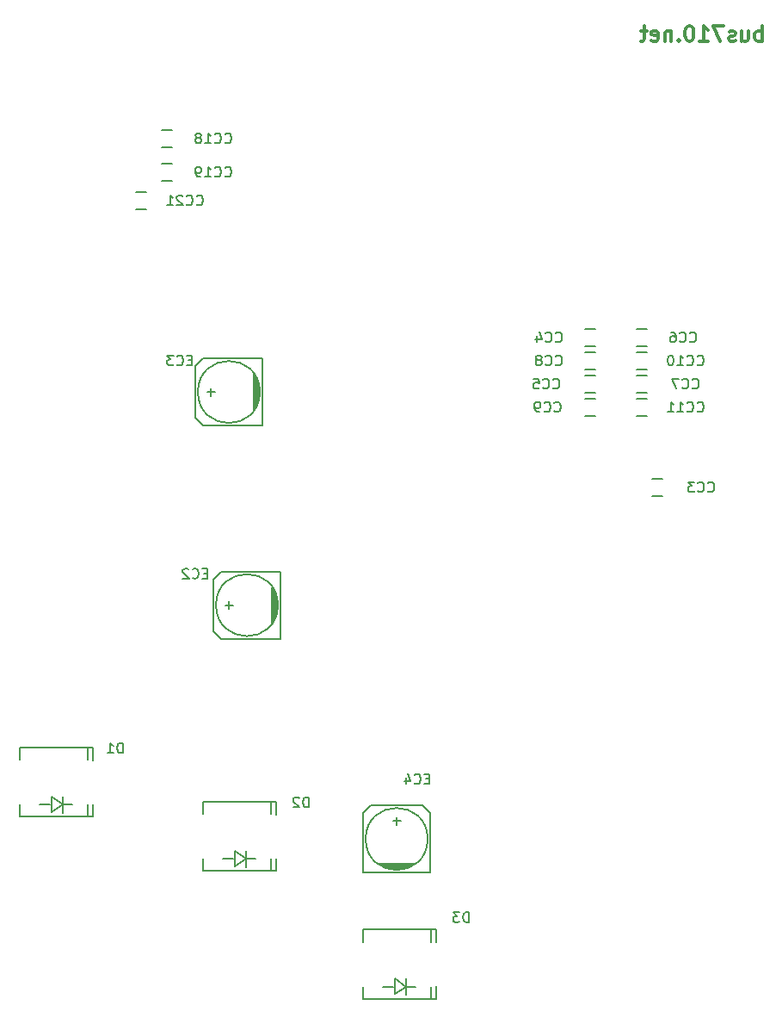
<source format=gbo>
G04 #@! TF.FileFunction,Legend,Bot*
%FSLAX46Y46*%
G04 Gerber Fmt 4.6, Leading zero omitted, Abs format (unit mm)*
G04 Created by KiCad (PCBNEW 4.0.2+dfsg1-stable) date 2017년 07월 06일 (목) 오전 10시 53분 42초*
%MOMM*%
G01*
G04 APERTURE LIST*
%ADD10C,0.100000*%
%ADD11C,0.300000*%
%ADD12C,0.150000*%
G04 APERTURE END LIST*
D10*
D11*
X155082142Y-26713571D02*
X155082142Y-25213571D01*
X155082142Y-25785000D02*
X154939285Y-25713571D01*
X154653571Y-25713571D01*
X154510714Y-25785000D01*
X154439285Y-25856429D01*
X154367856Y-25999286D01*
X154367856Y-26427857D01*
X154439285Y-26570714D01*
X154510714Y-26642143D01*
X154653571Y-26713571D01*
X154939285Y-26713571D01*
X155082142Y-26642143D01*
X153082142Y-25713571D02*
X153082142Y-26713571D01*
X153724999Y-25713571D02*
X153724999Y-26499286D01*
X153653571Y-26642143D01*
X153510713Y-26713571D01*
X153296428Y-26713571D01*
X153153571Y-26642143D01*
X153082142Y-26570714D01*
X152439285Y-26642143D02*
X152296428Y-26713571D01*
X152010713Y-26713571D01*
X151867856Y-26642143D01*
X151796428Y-26499286D01*
X151796428Y-26427857D01*
X151867856Y-26285000D01*
X152010713Y-26213571D01*
X152224999Y-26213571D01*
X152367856Y-26142143D01*
X152439285Y-25999286D01*
X152439285Y-25927857D01*
X152367856Y-25785000D01*
X152224999Y-25713571D01*
X152010713Y-25713571D01*
X151867856Y-25785000D01*
X151296427Y-25213571D02*
X150296427Y-25213571D01*
X150939284Y-26713571D01*
X148939285Y-26713571D02*
X149796428Y-26713571D01*
X149367856Y-26713571D02*
X149367856Y-25213571D01*
X149510713Y-25427857D01*
X149653571Y-25570714D01*
X149796428Y-25642143D01*
X148010714Y-25213571D02*
X147867857Y-25213571D01*
X147725000Y-25285000D01*
X147653571Y-25356429D01*
X147582142Y-25499286D01*
X147510714Y-25785000D01*
X147510714Y-26142143D01*
X147582142Y-26427857D01*
X147653571Y-26570714D01*
X147725000Y-26642143D01*
X147867857Y-26713571D01*
X148010714Y-26713571D01*
X148153571Y-26642143D01*
X148225000Y-26570714D01*
X148296428Y-26427857D01*
X148367857Y-26142143D01*
X148367857Y-25785000D01*
X148296428Y-25499286D01*
X148225000Y-25356429D01*
X148153571Y-25285000D01*
X148010714Y-25213571D01*
X146867857Y-26570714D02*
X146796429Y-26642143D01*
X146867857Y-26713571D01*
X146939286Y-26642143D01*
X146867857Y-26570714D01*
X146867857Y-26713571D01*
X146153571Y-25713571D02*
X146153571Y-26713571D01*
X146153571Y-25856429D02*
X146082143Y-25785000D01*
X145939285Y-25713571D01*
X145725000Y-25713571D01*
X145582143Y-25785000D01*
X145510714Y-25927857D01*
X145510714Y-26713571D01*
X144225000Y-26642143D02*
X144367857Y-26713571D01*
X144653571Y-26713571D01*
X144796428Y-26642143D01*
X144867857Y-26499286D01*
X144867857Y-25927857D01*
X144796428Y-25785000D01*
X144653571Y-25713571D01*
X144367857Y-25713571D01*
X144225000Y-25785000D01*
X144153571Y-25927857D01*
X144153571Y-26070714D01*
X144867857Y-26213571D01*
X143725000Y-25713571D02*
X143153571Y-25713571D01*
X143510714Y-25213571D02*
X143510714Y-26499286D01*
X143439286Y-26642143D01*
X143296428Y-26713571D01*
X143153571Y-26713571D01*
D12*
X107315000Y-81407000D02*
X107315000Y-82931000D01*
X107188000Y-83312000D02*
X107188000Y-81026000D01*
X107061000Y-80772000D02*
X107061000Y-83566000D01*
X106934000Y-83820000D02*
X106934000Y-80518000D01*
X106807000Y-80391000D02*
X106807000Y-83947000D01*
X107696000Y-78867000D02*
X107696000Y-85471000D01*
X107696000Y-85471000D02*
X101854000Y-85471000D01*
X101854000Y-85471000D02*
X101092000Y-84709000D01*
X101092000Y-84709000D02*
X101092000Y-79629000D01*
X101092000Y-79629000D02*
X101854000Y-78867000D01*
X101854000Y-78867000D02*
X107696000Y-78867000D01*
X102235000Y-82169000D02*
X102997000Y-82169000D01*
X102616000Y-81788000D02*
X102616000Y-82550000D01*
X107442000Y-82169000D02*
G75*
G03X107442000Y-82169000I-3048000J0D01*
G01*
X145280000Y-71462000D02*
X144280000Y-71462000D01*
X144280000Y-69762000D02*
X145280000Y-69762000D01*
X138676000Y-56730000D02*
X137676000Y-56730000D01*
X137676000Y-55030000D02*
X138676000Y-55030000D01*
X138676000Y-61302000D02*
X137676000Y-61302000D01*
X137676000Y-59602000D02*
X138676000Y-59602000D01*
X142756000Y-55030000D02*
X143756000Y-55030000D01*
X143756000Y-56730000D02*
X142756000Y-56730000D01*
X142756000Y-59602000D02*
X143756000Y-59602000D01*
X143756000Y-61302000D02*
X142756000Y-61302000D01*
X138676000Y-59016000D02*
X137676000Y-59016000D01*
X137676000Y-57316000D02*
X138676000Y-57316000D01*
X138676000Y-63588000D02*
X137676000Y-63588000D01*
X137676000Y-61888000D02*
X138676000Y-61888000D01*
X142756000Y-57316000D02*
X143756000Y-57316000D01*
X143756000Y-59016000D02*
X142756000Y-59016000D01*
X142756000Y-61888000D02*
X143756000Y-61888000D01*
X143756000Y-63588000D02*
X142756000Y-63588000D01*
X96020000Y-35472000D02*
X97020000Y-35472000D01*
X97020000Y-37172000D02*
X96020000Y-37172000D01*
X96020000Y-38774000D02*
X97020000Y-38774000D01*
X97020000Y-40474000D02*
X96020000Y-40474000D01*
X94480000Y-43268000D02*
X93480000Y-43268000D01*
X93480000Y-41568000D02*
X94480000Y-41568000D01*
X86293960Y-101767640D02*
X87195660Y-101767640D01*
X84996020Y-101767640D02*
X83997800Y-101767640D01*
X88747460Y-102969060D02*
X88747460Y-101767640D01*
X88747460Y-96166940D02*
X88747460Y-97368360D01*
X81998820Y-102969060D02*
X81998820Y-101767640D01*
X81998820Y-96166940D02*
X81998820Y-97368360D01*
X89197180Y-102969060D02*
X89197180Y-101716840D01*
X89197180Y-96166940D02*
X89197180Y-97419160D01*
X86293960Y-100967540D02*
X86293960Y-102567740D01*
X85145880Y-102516940D02*
X85145880Y-100967540D01*
X86296500Y-101767640D02*
X85145880Y-102516940D01*
X86293960Y-101767640D02*
X85143340Y-100967540D01*
X89197180Y-102969060D02*
X81998820Y-102969060D01*
X89197180Y-96166940D02*
X81998820Y-96166940D01*
X104327960Y-107101640D02*
X105229660Y-107101640D01*
X103030020Y-107101640D02*
X102031800Y-107101640D01*
X106781460Y-108303060D02*
X106781460Y-107101640D01*
X106781460Y-101500940D02*
X106781460Y-102702360D01*
X100032820Y-108303060D02*
X100032820Y-107101640D01*
X100032820Y-101500940D02*
X100032820Y-102702360D01*
X107231180Y-108303060D02*
X107231180Y-107050840D01*
X107231180Y-101500940D02*
X107231180Y-102753160D01*
X104327960Y-106301540D02*
X104327960Y-107901740D01*
X103179880Y-107850940D02*
X103179880Y-106301540D01*
X104330500Y-107101640D02*
X103179880Y-107850940D01*
X104327960Y-107101640D02*
X103177340Y-106301540D01*
X107231180Y-108303060D02*
X100032820Y-108303060D01*
X107231180Y-101500940D02*
X100032820Y-101500940D01*
X120075960Y-119674640D02*
X120977660Y-119674640D01*
X118778020Y-119674640D02*
X117779800Y-119674640D01*
X122529460Y-120876060D02*
X122529460Y-119674640D01*
X122529460Y-114073940D02*
X122529460Y-115275360D01*
X115780820Y-120876060D02*
X115780820Y-119674640D01*
X115780820Y-114073940D02*
X115780820Y-115275360D01*
X122979180Y-120876060D02*
X122979180Y-119623840D01*
X122979180Y-114073940D02*
X122979180Y-115326160D01*
X120075960Y-118874540D02*
X120075960Y-120474740D01*
X118927880Y-120423940D02*
X118927880Y-118874540D01*
X120078500Y-119674640D02*
X118927880Y-120423940D01*
X120075960Y-119674640D02*
X118925340Y-118874540D01*
X122979180Y-120876060D02*
X115780820Y-120876060D01*
X122979180Y-114073940D02*
X115780820Y-114073940D01*
X105537000Y-60452000D02*
X105537000Y-61976000D01*
X105410000Y-62357000D02*
X105410000Y-60071000D01*
X105283000Y-59817000D02*
X105283000Y-62611000D01*
X105156000Y-62865000D02*
X105156000Y-59563000D01*
X105029000Y-59436000D02*
X105029000Y-62992000D01*
X105918000Y-57912000D02*
X105918000Y-64516000D01*
X105918000Y-64516000D02*
X100076000Y-64516000D01*
X100076000Y-64516000D02*
X99314000Y-63754000D01*
X99314000Y-63754000D02*
X99314000Y-58674000D01*
X99314000Y-58674000D02*
X100076000Y-57912000D01*
X100076000Y-57912000D02*
X105918000Y-57912000D01*
X100457000Y-61214000D02*
X101219000Y-61214000D01*
X100838000Y-60833000D02*
X100838000Y-61595000D01*
X105664000Y-61214000D02*
G75*
G03X105664000Y-61214000I-3048000J0D01*
G01*
X119888000Y-108077000D02*
X118364000Y-108077000D01*
X117983000Y-107950000D02*
X120269000Y-107950000D01*
X120523000Y-107823000D02*
X117729000Y-107823000D01*
X117475000Y-107696000D02*
X120777000Y-107696000D01*
X120904000Y-107569000D02*
X117348000Y-107569000D01*
X122428000Y-108458000D02*
X115824000Y-108458000D01*
X115824000Y-108458000D02*
X115824000Y-102616000D01*
X115824000Y-102616000D02*
X116586000Y-101854000D01*
X116586000Y-101854000D02*
X121666000Y-101854000D01*
X121666000Y-101854000D02*
X122428000Y-102616000D01*
X122428000Y-102616000D02*
X122428000Y-108458000D01*
X119126000Y-102997000D02*
X119126000Y-103759000D01*
X119507000Y-103378000D02*
X118745000Y-103378000D01*
X122174000Y-105156000D02*
G75*
G03X122174000Y-105156000I-3048000J0D01*
G01*
X100504476Y-79049571D02*
X100171142Y-79049571D01*
X100028285Y-79573381D02*
X100504476Y-79573381D01*
X100504476Y-78573381D01*
X100028285Y-78573381D01*
X99028285Y-79478143D02*
X99075904Y-79525762D01*
X99218761Y-79573381D01*
X99313999Y-79573381D01*
X99456857Y-79525762D01*
X99552095Y-79430524D01*
X99599714Y-79335286D01*
X99647333Y-79144810D01*
X99647333Y-79001952D01*
X99599714Y-78811476D01*
X99552095Y-78716238D01*
X99456857Y-78621000D01*
X99313999Y-78573381D01*
X99218761Y-78573381D01*
X99075904Y-78621000D01*
X99028285Y-78668619D01*
X98647333Y-78668619D02*
X98599714Y-78621000D01*
X98504476Y-78573381D01*
X98266380Y-78573381D01*
X98171142Y-78621000D01*
X98123523Y-78668619D01*
X98075904Y-78763857D01*
X98075904Y-78859095D01*
X98123523Y-79001952D01*
X98694952Y-79573381D01*
X98075904Y-79573381D01*
X149764666Y-70969143D02*
X149812285Y-71016762D01*
X149955142Y-71064381D01*
X150050380Y-71064381D01*
X150193238Y-71016762D01*
X150288476Y-70921524D01*
X150336095Y-70826286D01*
X150383714Y-70635810D01*
X150383714Y-70492952D01*
X150336095Y-70302476D01*
X150288476Y-70207238D01*
X150193238Y-70112000D01*
X150050380Y-70064381D01*
X149955142Y-70064381D01*
X149812285Y-70112000D01*
X149764666Y-70159619D01*
X148764666Y-70969143D02*
X148812285Y-71016762D01*
X148955142Y-71064381D01*
X149050380Y-71064381D01*
X149193238Y-71016762D01*
X149288476Y-70921524D01*
X149336095Y-70826286D01*
X149383714Y-70635810D01*
X149383714Y-70492952D01*
X149336095Y-70302476D01*
X149288476Y-70207238D01*
X149193238Y-70112000D01*
X149050380Y-70064381D01*
X148955142Y-70064381D01*
X148812285Y-70112000D01*
X148764666Y-70159619D01*
X148431333Y-70064381D02*
X147812285Y-70064381D01*
X148145619Y-70445333D01*
X148002761Y-70445333D01*
X147907523Y-70492952D01*
X147859904Y-70540571D01*
X147812285Y-70635810D01*
X147812285Y-70873905D01*
X147859904Y-70969143D01*
X147907523Y-71016762D01*
X148002761Y-71064381D01*
X148288476Y-71064381D01*
X148383714Y-71016762D01*
X148431333Y-70969143D01*
X134778666Y-56237143D02*
X134826285Y-56284762D01*
X134969142Y-56332381D01*
X135064380Y-56332381D01*
X135207238Y-56284762D01*
X135302476Y-56189524D01*
X135350095Y-56094286D01*
X135397714Y-55903810D01*
X135397714Y-55760952D01*
X135350095Y-55570476D01*
X135302476Y-55475238D01*
X135207238Y-55380000D01*
X135064380Y-55332381D01*
X134969142Y-55332381D01*
X134826285Y-55380000D01*
X134778666Y-55427619D01*
X133778666Y-56237143D02*
X133826285Y-56284762D01*
X133969142Y-56332381D01*
X134064380Y-56332381D01*
X134207238Y-56284762D01*
X134302476Y-56189524D01*
X134350095Y-56094286D01*
X134397714Y-55903810D01*
X134397714Y-55760952D01*
X134350095Y-55570476D01*
X134302476Y-55475238D01*
X134207238Y-55380000D01*
X134064380Y-55332381D01*
X133969142Y-55332381D01*
X133826285Y-55380000D01*
X133778666Y-55427619D01*
X132921523Y-55665714D02*
X132921523Y-56332381D01*
X133159619Y-55284762D02*
X133397714Y-55999048D01*
X132778666Y-55999048D01*
X134524666Y-60809143D02*
X134572285Y-60856762D01*
X134715142Y-60904381D01*
X134810380Y-60904381D01*
X134953238Y-60856762D01*
X135048476Y-60761524D01*
X135096095Y-60666286D01*
X135143714Y-60475810D01*
X135143714Y-60332952D01*
X135096095Y-60142476D01*
X135048476Y-60047238D01*
X134953238Y-59952000D01*
X134810380Y-59904381D01*
X134715142Y-59904381D01*
X134572285Y-59952000D01*
X134524666Y-59999619D01*
X133524666Y-60809143D02*
X133572285Y-60856762D01*
X133715142Y-60904381D01*
X133810380Y-60904381D01*
X133953238Y-60856762D01*
X134048476Y-60761524D01*
X134096095Y-60666286D01*
X134143714Y-60475810D01*
X134143714Y-60332952D01*
X134096095Y-60142476D01*
X134048476Y-60047238D01*
X133953238Y-59952000D01*
X133810380Y-59904381D01*
X133715142Y-59904381D01*
X133572285Y-59952000D01*
X133524666Y-59999619D01*
X132619904Y-59904381D02*
X133096095Y-59904381D01*
X133143714Y-60380571D01*
X133096095Y-60332952D01*
X133000857Y-60285333D01*
X132762761Y-60285333D01*
X132667523Y-60332952D01*
X132619904Y-60380571D01*
X132572285Y-60475810D01*
X132572285Y-60713905D01*
X132619904Y-60809143D01*
X132667523Y-60856762D01*
X132762761Y-60904381D01*
X133000857Y-60904381D01*
X133096095Y-60856762D01*
X133143714Y-60809143D01*
X147986666Y-56237143D02*
X148034285Y-56284762D01*
X148177142Y-56332381D01*
X148272380Y-56332381D01*
X148415238Y-56284762D01*
X148510476Y-56189524D01*
X148558095Y-56094286D01*
X148605714Y-55903810D01*
X148605714Y-55760952D01*
X148558095Y-55570476D01*
X148510476Y-55475238D01*
X148415238Y-55380000D01*
X148272380Y-55332381D01*
X148177142Y-55332381D01*
X148034285Y-55380000D01*
X147986666Y-55427619D01*
X146986666Y-56237143D02*
X147034285Y-56284762D01*
X147177142Y-56332381D01*
X147272380Y-56332381D01*
X147415238Y-56284762D01*
X147510476Y-56189524D01*
X147558095Y-56094286D01*
X147605714Y-55903810D01*
X147605714Y-55760952D01*
X147558095Y-55570476D01*
X147510476Y-55475238D01*
X147415238Y-55380000D01*
X147272380Y-55332381D01*
X147177142Y-55332381D01*
X147034285Y-55380000D01*
X146986666Y-55427619D01*
X146129523Y-55332381D02*
X146320000Y-55332381D01*
X146415238Y-55380000D01*
X146462857Y-55427619D01*
X146558095Y-55570476D01*
X146605714Y-55760952D01*
X146605714Y-56141905D01*
X146558095Y-56237143D01*
X146510476Y-56284762D01*
X146415238Y-56332381D01*
X146224761Y-56332381D01*
X146129523Y-56284762D01*
X146081904Y-56237143D01*
X146034285Y-56141905D01*
X146034285Y-55903810D01*
X146081904Y-55808571D01*
X146129523Y-55760952D01*
X146224761Y-55713333D01*
X146415238Y-55713333D01*
X146510476Y-55760952D01*
X146558095Y-55808571D01*
X146605714Y-55903810D01*
X148240666Y-60809143D02*
X148288285Y-60856762D01*
X148431142Y-60904381D01*
X148526380Y-60904381D01*
X148669238Y-60856762D01*
X148764476Y-60761524D01*
X148812095Y-60666286D01*
X148859714Y-60475810D01*
X148859714Y-60332952D01*
X148812095Y-60142476D01*
X148764476Y-60047238D01*
X148669238Y-59952000D01*
X148526380Y-59904381D01*
X148431142Y-59904381D01*
X148288285Y-59952000D01*
X148240666Y-59999619D01*
X147240666Y-60809143D02*
X147288285Y-60856762D01*
X147431142Y-60904381D01*
X147526380Y-60904381D01*
X147669238Y-60856762D01*
X147764476Y-60761524D01*
X147812095Y-60666286D01*
X147859714Y-60475810D01*
X147859714Y-60332952D01*
X147812095Y-60142476D01*
X147764476Y-60047238D01*
X147669238Y-59952000D01*
X147526380Y-59904381D01*
X147431142Y-59904381D01*
X147288285Y-59952000D01*
X147240666Y-59999619D01*
X146907333Y-59904381D02*
X146240666Y-59904381D01*
X146669238Y-60904381D01*
X134778666Y-58523143D02*
X134826285Y-58570762D01*
X134969142Y-58618381D01*
X135064380Y-58618381D01*
X135207238Y-58570762D01*
X135302476Y-58475524D01*
X135350095Y-58380286D01*
X135397714Y-58189810D01*
X135397714Y-58046952D01*
X135350095Y-57856476D01*
X135302476Y-57761238D01*
X135207238Y-57666000D01*
X135064380Y-57618381D01*
X134969142Y-57618381D01*
X134826285Y-57666000D01*
X134778666Y-57713619D01*
X133778666Y-58523143D02*
X133826285Y-58570762D01*
X133969142Y-58618381D01*
X134064380Y-58618381D01*
X134207238Y-58570762D01*
X134302476Y-58475524D01*
X134350095Y-58380286D01*
X134397714Y-58189810D01*
X134397714Y-58046952D01*
X134350095Y-57856476D01*
X134302476Y-57761238D01*
X134207238Y-57666000D01*
X134064380Y-57618381D01*
X133969142Y-57618381D01*
X133826285Y-57666000D01*
X133778666Y-57713619D01*
X133207238Y-58046952D02*
X133302476Y-57999333D01*
X133350095Y-57951714D01*
X133397714Y-57856476D01*
X133397714Y-57808857D01*
X133350095Y-57713619D01*
X133302476Y-57666000D01*
X133207238Y-57618381D01*
X133016761Y-57618381D01*
X132921523Y-57666000D01*
X132873904Y-57713619D01*
X132826285Y-57808857D01*
X132826285Y-57856476D01*
X132873904Y-57951714D01*
X132921523Y-57999333D01*
X133016761Y-58046952D01*
X133207238Y-58046952D01*
X133302476Y-58094571D01*
X133350095Y-58142190D01*
X133397714Y-58237429D01*
X133397714Y-58427905D01*
X133350095Y-58523143D01*
X133302476Y-58570762D01*
X133207238Y-58618381D01*
X133016761Y-58618381D01*
X132921523Y-58570762D01*
X132873904Y-58523143D01*
X132826285Y-58427905D01*
X132826285Y-58237429D01*
X132873904Y-58142190D01*
X132921523Y-58094571D01*
X133016761Y-58046952D01*
X134651666Y-63095143D02*
X134699285Y-63142762D01*
X134842142Y-63190381D01*
X134937380Y-63190381D01*
X135080238Y-63142762D01*
X135175476Y-63047524D01*
X135223095Y-62952286D01*
X135270714Y-62761810D01*
X135270714Y-62618952D01*
X135223095Y-62428476D01*
X135175476Y-62333238D01*
X135080238Y-62238000D01*
X134937380Y-62190381D01*
X134842142Y-62190381D01*
X134699285Y-62238000D01*
X134651666Y-62285619D01*
X133651666Y-63095143D02*
X133699285Y-63142762D01*
X133842142Y-63190381D01*
X133937380Y-63190381D01*
X134080238Y-63142762D01*
X134175476Y-63047524D01*
X134223095Y-62952286D01*
X134270714Y-62761810D01*
X134270714Y-62618952D01*
X134223095Y-62428476D01*
X134175476Y-62333238D01*
X134080238Y-62238000D01*
X133937380Y-62190381D01*
X133842142Y-62190381D01*
X133699285Y-62238000D01*
X133651666Y-62285619D01*
X133175476Y-63190381D02*
X132985000Y-63190381D01*
X132889761Y-63142762D01*
X132842142Y-63095143D01*
X132746904Y-62952286D01*
X132699285Y-62761810D01*
X132699285Y-62380857D01*
X132746904Y-62285619D01*
X132794523Y-62238000D01*
X132889761Y-62190381D01*
X133080238Y-62190381D01*
X133175476Y-62238000D01*
X133223095Y-62285619D01*
X133270714Y-62380857D01*
X133270714Y-62618952D01*
X133223095Y-62714190D01*
X133175476Y-62761810D01*
X133080238Y-62809429D01*
X132889761Y-62809429D01*
X132794523Y-62761810D01*
X132746904Y-62714190D01*
X132699285Y-62618952D01*
X148716857Y-58523143D02*
X148764476Y-58570762D01*
X148907333Y-58618381D01*
X149002571Y-58618381D01*
X149145429Y-58570762D01*
X149240667Y-58475524D01*
X149288286Y-58380286D01*
X149335905Y-58189810D01*
X149335905Y-58046952D01*
X149288286Y-57856476D01*
X149240667Y-57761238D01*
X149145429Y-57666000D01*
X149002571Y-57618381D01*
X148907333Y-57618381D01*
X148764476Y-57666000D01*
X148716857Y-57713619D01*
X147716857Y-58523143D02*
X147764476Y-58570762D01*
X147907333Y-58618381D01*
X148002571Y-58618381D01*
X148145429Y-58570762D01*
X148240667Y-58475524D01*
X148288286Y-58380286D01*
X148335905Y-58189810D01*
X148335905Y-58046952D01*
X148288286Y-57856476D01*
X148240667Y-57761238D01*
X148145429Y-57666000D01*
X148002571Y-57618381D01*
X147907333Y-57618381D01*
X147764476Y-57666000D01*
X147716857Y-57713619D01*
X146764476Y-58618381D02*
X147335905Y-58618381D01*
X147050191Y-58618381D02*
X147050191Y-57618381D01*
X147145429Y-57761238D01*
X147240667Y-57856476D01*
X147335905Y-57904095D01*
X146145429Y-57618381D02*
X146050190Y-57618381D01*
X145954952Y-57666000D01*
X145907333Y-57713619D01*
X145859714Y-57808857D01*
X145812095Y-57999333D01*
X145812095Y-58237429D01*
X145859714Y-58427905D01*
X145907333Y-58523143D01*
X145954952Y-58570762D01*
X146050190Y-58618381D01*
X146145429Y-58618381D01*
X146240667Y-58570762D01*
X146288286Y-58523143D01*
X146335905Y-58427905D01*
X146383524Y-58237429D01*
X146383524Y-57999333D01*
X146335905Y-57808857D01*
X146288286Y-57713619D01*
X146240667Y-57666000D01*
X146145429Y-57618381D01*
X148716857Y-63095143D02*
X148764476Y-63142762D01*
X148907333Y-63190381D01*
X149002571Y-63190381D01*
X149145429Y-63142762D01*
X149240667Y-63047524D01*
X149288286Y-62952286D01*
X149335905Y-62761810D01*
X149335905Y-62618952D01*
X149288286Y-62428476D01*
X149240667Y-62333238D01*
X149145429Y-62238000D01*
X149002571Y-62190381D01*
X148907333Y-62190381D01*
X148764476Y-62238000D01*
X148716857Y-62285619D01*
X147716857Y-63095143D02*
X147764476Y-63142762D01*
X147907333Y-63190381D01*
X148002571Y-63190381D01*
X148145429Y-63142762D01*
X148240667Y-63047524D01*
X148288286Y-62952286D01*
X148335905Y-62761810D01*
X148335905Y-62618952D01*
X148288286Y-62428476D01*
X148240667Y-62333238D01*
X148145429Y-62238000D01*
X148002571Y-62190381D01*
X147907333Y-62190381D01*
X147764476Y-62238000D01*
X147716857Y-62285619D01*
X146764476Y-63190381D02*
X147335905Y-63190381D01*
X147050191Y-63190381D02*
X147050191Y-62190381D01*
X147145429Y-62333238D01*
X147240667Y-62428476D01*
X147335905Y-62476095D01*
X145812095Y-63190381D02*
X146383524Y-63190381D01*
X146097810Y-63190381D02*
X146097810Y-62190381D01*
X146193048Y-62333238D01*
X146288286Y-62428476D01*
X146383524Y-62476095D01*
X102234857Y-36679143D02*
X102282476Y-36726762D01*
X102425333Y-36774381D01*
X102520571Y-36774381D01*
X102663429Y-36726762D01*
X102758667Y-36631524D01*
X102806286Y-36536286D01*
X102853905Y-36345810D01*
X102853905Y-36202952D01*
X102806286Y-36012476D01*
X102758667Y-35917238D01*
X102663429Y-35822000D01*
X102520571Y-35774381D01*
X102425333Y-35774381D01*
X102282476Y-35822000D01*
X102234857Y-35869619D01*
X101234857Y-36679143D02*
X101282476Y-36726762D01*
X101425333Y-36774381D01*
X101520571Y-36774381D01*
X101663429Y-36726762D01*
X101758667Y-36631524D01*
X101806286Y-36536286D01*
X101853905Y-36345810D01*
X101853905Y-36202952D01*
X101806286Y-36012476D01*
X101758667Y-35917238D01*
X101663429Y-35822000D01*
X101520571Y-35774381D01*
X101425333Y-35774381D01*
X101282476Y-35822000D01*
X101234857Y-35869619D01*
X100282476Y-36774381D02*
X100853905Y-36774381D01*
X100568191Y-36774381D02*
X100568191Y-35774381D01*
X100663429Y-35917238D01*
X100758667Y-36012476D01*
X100853905Y-36060095D01*
X99711048Y-36202952D02*
X99806286Y-36155333D01*
X99853905Y-36107714D01*
X99901524Y-36012476D01*
X99901524Y-35964857D01*
X99853905Y-35869619D01*
X99806286Y-35822000D01*
X99711048Y-35774381D01*
X99520571Y-35774381D01*
X99425333Y-35822000D01*
X99377714Y-35869619D01*
X99330095Y-35964857D01*
X99330095Y-36012476D01*
X99377714Y-36107714D01*
X99425333Y-36155333D01*
X99520571Y-36202952D01*
X99711048Y-36202952D01*
X99806286Y-36250571D01*
X99853905Y-36298190D01*
X99901524Y-36393429D01*
X99901524Y-36583905D01*
X99853905Y-36679143D01*
X99806286Y-36726762D01*
X99711048Y-36774381D01*
X99520571Y-36774381D01*
X99425333Y-36726762D01*
X99377714Y-36679143D01*
X99330095Y-36583905D01*
X99330095Y-36393429D01*
X99377714Y-36298190D01*
X99425333Y-36250571D01*
X99520571Y-36202952D01*
X102234857Y-39981143D02*
X102282476Y-40028762D01*
X102425333Y-40076381D01*
X102520571Y-40076381D01*
X102663429Y-40028762D01*
X102758667Y-39933524D01*
X102806286Y-39838286D01*
X102853905Y-39647810D01*
X102853905Y-39504952D01*
X102806286Y-39314476D01*
X102758667Y-39219238D01*
X102663429Y-39124000D01*
X102520571Y-39076381D01*
X102425333Y-39076381D01*
X102282476Y-39124000D01*
X102234857Y-39171619D01*
X101234857Y-39981143D02*
X101282476Y-40028762D01*
X101425333Y-40076381D01*
X101520571Y-40076381D01*
X101663429Y-40028762D01*
X101758667Y-39933524D01*
X101806286Y-39838286D01*
X101853905Y-39647810D01*
X101853905Y-39504952D01*
X101806286Y-39314476D01*
X101758667Y-39219238D01*
X101663429Y-39124000D01*
X101520571Y-39076381D01*
X101425333Y-39076381D01*
X101282476Y-39124000D01*
X101234857Y-39171619D01*
X100282476Y-40076381D02*
X100853905Y-40076381D01*
X100568191Y-40076381D02*
X100568191Y-39076381D01*
X100663429Y-39219238D01*
X100758667Y-39314476D01*
X100853905Y-39362095D01*
X99806286Y-40076381D02*
X99615810Y-40076381D01*
X99520571Y-40028762D01*
X99472952Y-39981143D01*
X99377714Y-39838286D01*
X99330095Y-39647810D01*
X99330095Y-39266857D01*
X99377714Y-39171619D01*
X99425333Y-39124000D01*
X99520571Y-39076381D01*
X99711048Y-39076381D01*
X99806286Y-39124000D01*
X99853905Y-39171619D01*
X99901524Y-39266857D01*
X99901524Y-39504952D01*
X99853905Y-39600190D01*
X99806286Y-39647810D01*
X99711048Y-39695429D01*
X99520571Y-39695429D01*
X99425333Y-39647810D01*
X99377714Y-39600190D01*
X99330095Y-39504952D01*
X99440857Y-42775143D02*
X99488476Y-42822762D01*
X99631333Y-42870381D01*
X99726571Y-42870381D01*
X99869429Y-42822762D01*
X99964667Y-42727524D01*
X100012286Y-42632286D01*
X100059905Y-42441810D01*
X100059905Y-42298952D01*
X100012286Y-42108476D01*
X99964667Y-42013238D01*
X99869429Y-41918000D01*
X99726571Y-41870381D01*
X99631333Y-41870381D01*
X99488476Y-41918000D01*
X99440857Y-41965619D01*
X98440857Y-42775143D02*
X98488476Y-42822762D01*
X98631333Y-42870381D01*
X98726571Y-42870381D01*
X98869429Y-42822762D01*
X98964667Y-42727524D01*
X99012286Y-42632286D01*
X99059905Y-42441810D01*
X99059905Y-42298952D01*
X99012286Y-42108476D01*
X98964667Y-42013238D01*
X98869429Y-41918000D01*
X98726571Y-41870381D01*
X98631333Y-41870381D01*
X98488476Y-41918000D01*
X98440857Y-41965619D01*
X98059905Y-41965619D02*
X98012286Y-41918000D01*
X97917048Y-41870381D01*
X97678952Y-41870381D01*
X97583714Y-41918000D01*
X97536095Y-41965619D01*
X97488476Y-42060857D01*
X97488476Y-42156095D01*
X97536095Y-42298952D01*
X98107524Y-42870381D01*
X97488476Y-42870381D01*
X96536095Y-42870381D02*
X97107524Y-42870381D01*
X96821810Y-42870381D02*
X96821810Y-41870381D01*
X96917048Y-42013238D01*
X97012286Y-42108476D01*
X97107524Y-42156095D01*
X92178095Y-96718381D02*
X92178095Y-95718381D01*
X91940000Y-95718381D01*
X91797142Y-95766000D01*
X91701904Y-95861238D01*
X91654285Y-95956476D01*
X91606666Y-96146952D01*
X91606666Y-96289810D01*
X91654285Y-96480286D01*
X91701904Y-96575524D01*
X91797142Y-96670762D01*
X91940000Y-96718381D01*
X92178095Y-96718381D01*
X90654285Y-96718381D02*
X91225714Y-96718381D01*
X90940000Y-96718381D02*
X90940000Y-95718381D01*
X91035238Y-95861238D01*
X91130476Y-95956476D01*
X91225714Y-96004095D01*
X110466095Y-102052381D02*
X110466095Y-101052381D01*
X110228000Y-101052381D01*
X110085142Y-101100000D01*
X109989904Y-101195238D01*
X109942285Y-101290476D01*
X109894666Y-101480952D01*
X109894666Y-101623810D01*
X109942285Y-101814286D01*
X109989904Y-101909524D01*
X110085142Y-102004762D01*
X110228000Y-102052381D01*
X110466095Y-102052381D01*
X109513714Y-101147619D02*
X109466095Y-101100000D01*
X109370857Y-101052381D01*
X109132761Y-101052381D01*
X109037523Y-101100000D01*
X108989904Y-101147619D01*
X108942285Y-101242857D01*
X108942285Y-101338095D01*
X108989904Y-101480952D01*
X109561333Y-102052381D01*
X108942285Y-102052381D01*
X126214095Y-113355381D02*
X126214095Y-112355381D01*
X125976000Y-112355381D01*
X125833142Y-112403000D01*
X125737904Y-112498238D01*
X125690285Y-112593476D01*
X125642666Y-112783952D01*
X125642666Y-112926810D01*
X125690285Y-113117286D01*
X125737904Y-113212524D01*
X125833142Y-113307762D01*
X125976000Y-113355381D01*
X126214095Y-113355381D01*
X125309333Y-112355381D02*
X124690285Y-112355381D01*
X125023619Y-112736333D01*
X124880761Y-112736333D01*
X124785523Y-112783952D01*
X124737904Y-112831571D01*
X124690285Y-112926810D01*
X124690285Y-113164905D01*
X124737904Y-113260143D01*
X124785523Y-113307762D01*
X124880761Y-113355381D01*
X125166476Y-113355381D01*
X125261714Y-113307762D01*
X125309333Y-113260143D01*
X98980476Y-58094571D02*
X98647142Y-58094571D01*
X98504285Y-58618381D02*
X98980476Y-58618381D01*
X98980476Y-57618381D01*
X98504285Y-57618381D01*
X97504285Y-58523143D02*
X97551904Y-58570762D01*
X97694761Y-58618381D01*
X97789999Y-58618381D01*
X97932857Y-58570762D01*
X98028095Y-58475524D01*
X98075714Y-58380286D01*
X98123333Y-58189810D01*
X98123333Y-58046952D01*
X98075714Y-57856476D01*
X98028095Y-57761238D01*
X97932857Y-57666000D01*
X97789999Y-57618381D01*
X97694761Y-57618381D01*
X97551904Y-57666000D01*
X97504285Y-57713619D01*
X97170952Y-57618381D02*
X96551904Y-57618381D01*
X96885238Y-57999333D01*
X96742380Y-57999333D01*
X96647142Y-58046952D01*
X96599523Y-58094571D01*
X96551904Y-58189810D01*
X96551904Y-58427905D01*
X96599523Y-58523143D01*
X96647142Y-58570762D01*
X96742380Y-58618381D01*
X97028095Y-58618381D01*
X97123333Y-58570762D01*
X97170952Y-58523143D01*
X122348476Y-99242571D02*
X122015142Y-99242571D01*
X121872285Y-99766381D02*
X122348476Y-99766381D01*
X122348476Y-98766381D01*
X121872285Y-98766381D01*
X120872285Y-99671143D02*
X120919904Y-99718762D01*
X121062761Y-99766381D01*
X121157999Y-99766381D01*
X121300857Y-99718762D01*
X121396095Y-99623524D01*
X121443714Y-99528286D01*
X121491333Y-99337810D01*
X121491333Y-99194952D01*
X121443714Y-99004476D01*
X121396095Y-98909238D01*
X121300857Y-98814000D01*
X121157999Y-98766381D01*
X121062761Y-98766381D01*
X120919904Y-98814000D01*
X120872285Y-98861619D01*
X120015142Y-99099714D02*
X120015142Y-99766381D01*
X120253238Y-98718762D02*
X120491333Y-99433048D01*
X119872285Y-99433048D01*
M02*

</source>
